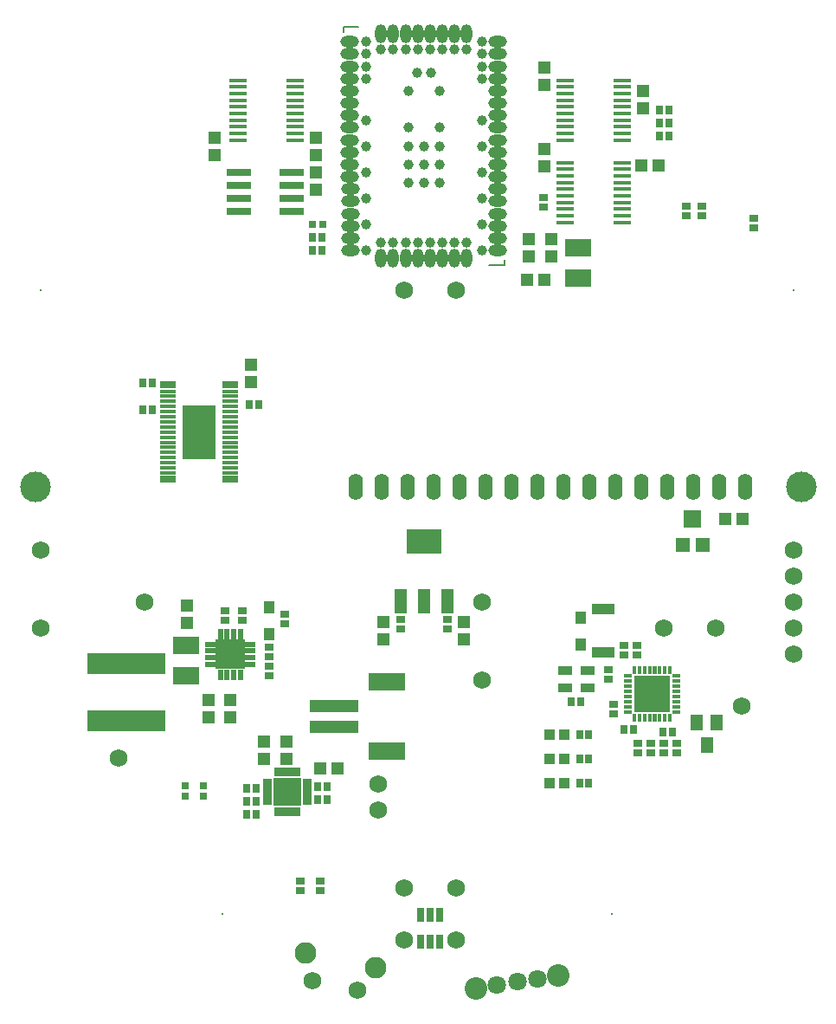
<source format=gts>
G04 Layer_Color=8388736*
%FSLAX24Y24*%
%MOIN*%
G70*
G01*
G75*
%ADD80C,0.0680*%
%ADD95C,0.0079*%
%ADD96R,0.0946X0.0316*%
%ADD97R,0.0316X0.0277*%
%ADD98R,0.0395X0.0395*%
%ADD99R,0.0552X0.0552*%
%ADD100R,0.0710X0.0671*%
%ADD101R,0.0277X0.0316*%
%ADD102R,0.0296X0.0552*%
%ADD103R,0.0513X0.0474*%
%ADD104R,0.0260X0.0380*%
%ADD105R,0.3033X0.0789*%
%ADD106R,0.0474X0.0513*%
%ADD107R,0.0395X0.0474*%
%ADD108R,0.0380X0.0260*%
%ADD109R,0.1419X0.0710*%
%ADD110R,0.1891X0.0474*%
%ADD111R,0.0367X0.0198*%
%ADD112R,0.0198X0.0367*%
%ADD113R,0.1064X0.1064*%
%ADD114R,0.1025X0.0710*%
%ADD115R,0.0415X0.0218*%
%ADD116R,0.0218X0.0415*%
%ADD117R,0.1143X0.1143*%
%ADD118R,0.0690X0.0178*%
%ADD119R,0.1261X0.2064*%
%ADD120R,0.0611X0.0257*%
%ADD121R,0.0611X0.0178*%
%ADD122R,0.1359X0.0927*%
%ADD123R,0.0454X0.0927*%
%ADD124R,0.0580X0.0330*%
%ADD125R,0.1340X0.1340*%
%ADD126R,0.0474X0.0631*%
%ADD127R,0.0867X0.0395*%
G04:AMPARAMS|DCode=128|XSize=39.5mil|YSize=39.5mil|CornerRadius=19.8mil|HoleSize=0mil|Usage=FLASHONLY|Rotation=90.000|XOffset=0mil|YOffset=0mil|HoleType=Round|Shape=RoundedRectangle|*
%AMROUNDEDRECTD128*
21,1,0.0395,0.0000,0,0,90.0*
21,1,0.0000,0.0395,0,0,90.0*
1,1,0.0395,0.0000,0.0000*
1,1,0.0395,0.0000,0.0000*
1,1,0.0395,0.0000,0.0000*
1,1,0.0395,0.0000,0.0000*
%
%ADD128ROUNDEDRECTD128*%
G04:AMPARAMS|DCode=129|XSize=39.5mil|YSize=39.5mil|CornerRadius=19.8mil|HoleSize=0mil|Usage=FLASHONLY|Rotation=180.000|XOffset=0mil|YOffset=0mil|HoleType=Round|Shape=RoundedRectangle|*
%AMROUNDEDRECTD129*
21,1,0.0395,0.0000,0,0,180.0*
21,1,0.0000,0.0395,0,0,180.0*
1,1,0.0395,0.0000,0.0000*
1,1,0.0395,0.0000,0.0000*
1,1,0.0395,0.0000,0.0000*
1,1,0.0395,0.0000,0.0000*
%
%ADD129ROUNDEDRECTD129*%
G04:AMPARAMS|DCode=130|XSize=43.4mil|YSize=73mil|CornerRadius=21.7mil|HoleSize=0mil|Usage=FLASHONLY|Rotation=270.000|XOffset=0mil|YOffset=0mil|HoleType=Round|Shape=RoundedRectangle|*
%AMROUNDEDRECTD130*
21,1,0.0434,0.0296,0,0,270.0*
21,1,0.0000,0.0730,0,0,270.0*
1,1,0.0434,-0.0148,0.0000*
1,1,0.0434,-0.0148,0.0000*
1,1,0.0434,0.0148,0.0000*
1,1,0.0434,0.0148,0.0000*
%
%ADD130ROUNDEDRECTD130*%
G04:AMPARAMS|DCode=131|XSize=43.4mil|YSize=73mil|CornerRadius=21.7mil|HoleSize=0mil|Usage=FLASHONLY|Rotation=0.000|XOffset=0mil|YOffset=0mil|HoleType=Round|Shape=RoundedRectangle|*
%AMROUNDEDRECTD131*
21,1,0.0434,0.0296,0,0,0.0*
21,1,0.0000,0.0730,0,0,0.0*
1,1,0.0434,0.0000,-0.0148*
1,1,0.0434,0.0000,-0.0148*
1,1,0.0434,0.0000,0.0148*
1,1,0.0434,0.0000,0.0148*
%
%ADD131ROUNDEDRECTD131*%
%ADD132C,0.1182*%
%ADD133O,0.0553X0.1025*%
%ADD134C,0.0830*%
%ADD135C,0.0867*%
%ADD136C,0.0710*%
%ADD137C,0.0080*%
G36*
X40234Y20786D02*
X38856D01*
Y22164D01*
X40234D01*
Y20786D01*
D02*
G37*
G36*
X38768Y20914D02*
X38472D01*
Y21052D01*
X38768D01*
Y20914D01*
D02*
G37*
G36*
Y20717D02*
X38472D01*
Y20855D01*
X38768D01*
Y20717D01*
D02*
G37*
G36*
X40618D02*
X40323D01*
Y20855D01*
X40618D01*
Y20717D01*
D02*
G37*
G36*
Y21111D02*
X40323D01*
Y21248D01*
X40618D01*
Y21111D01*
D02*
G37*
G36*
X38768Y21307D02*
X38472D01*
Y21445D01*
X38768D01*
Y21307D01*
D02*
G37*
G36*
X40618Y20914D02*
X40323D01*
Y21052D01*
X40618D01*
Y20914D01*
D02*
G37*
G36*
X38768Y21111D02*
X38472D01*
Y21248D01*
X38768D01*
Y21111D01*
D02*
G37*
G36*
X39319Y20402D02*
X39181D01*
Y20697D01*
X39319D01*
Y20402D01*
D02*
G37*
G36*
X39516D02*
X39378D01*
Y20697D01*
X39516D01*
Y20402D01*
D02*
G37*
G36*
X38925D02*
X38787D01*
Y20697D01*
X38925D01*
Y20402D01*
D02*
G37*
G36*
X39122D02*
X38984D01*
Y20697D01*
X39122D01*
Y20402D01*
D02*
G37*
G36*
X40106D02*
X39969D01*
Y20697D01*
X40106D01*
Y20402D01*
D02*
G37*
G36*
X40303D02*
X40165D01*
Y20697D01*
X40303D01*
Y20402D01*
D02*
G37*
G36*
X39713D02*
X39575D01*
Y20697D01*
X39713D01*
Y20402D01*
D02*
G37*
G36*
X39909D02*
X39772D01*
Y20697D01*
X39909D01*
Y20402D01*
D02*
G37*
G36*
X40618Y21307D02*
X40323D01*
Y21445D01*
X40618D01*
Y21307D01*
D02*
G37*
G36*
X39319Y22252D02*
X39181D01*
Y22548D01*
X39319D01*
Y22252D01*
D02*
G37*
G36*
X39516D02*
X39378D01*
Y22548D01*
X39516D01*
Y22252D01*
D02*
G37*
G36*
X38925D02*
X38787D01*
Y22548D01*
X38925D01*
Y22252D01*
D02*
G37*
G36*
X39122D02*
X38984D01*
Y22548D01*
X39122D01*
Y22252D01*
D02*
G37*
G36*
X40106D02*
X39969D01*
Y22548D01*
X40106D01*
Y22252D01*
D02*
G37*
G36*
X40303D02*
X40165D01*
Y22548D01*
X40303D01*
Y22252D01*
D02*
G37*
G36*
X39713D02*
X39575D01*
Y22548D01*
X39713D01*
Y22252D01*
D02*
G37*
G36*
X39909D02*
X39772D01*
Y22548D01*
X39909D01*
Y22252D01*
D02*
G37*
G36*
X38768Y21701D02*
X38472D01*
Y21839D01*
X38768D01*
Y21701D01*
D02*
G37*
G36*
X40618D02*
X40323D01*
Y21839D01*
X40618D01*
Y21701D01*
D02*
G37*
G36*
X38768Y21504D02*
X38472D01*
Y21642D01*
X38768D01*
Y21504D01*
D02*
G37*
G36*
X40618D02*
X40323D01*
Y21642D01*
X40618D01*
Y21504D01*
D02*
G37*
G36*
X38768Y22095D02*
X38472D01*
Y22233D01*
X38768D01*
Y22095D01*
D02*
G37*
G36*
X40618D02*
X40323D01*
Y22233D01*
X40618D01*
Y22095D01*
D02*
G37*
G36*
X38768Y21898D02*
X38472D01*
Y22036D01*
X38768D01*
Y21898D01*
D02*
G37*
G36*
X40618D02*
X40323D01*
Y22036D01*
X40618D01*
Y21898D01*
D02*
G37*
D80*
X45000Y23000D02*
D03*
Y24000D02*
D03*
Y25000D02*
D03*
Y26000D02*
D03*
Y27000D02*
D03*
X32000Y37000D02*
D03*
X30000D02*
D03*
X42000Y24000D02*
D03*
X40000D02*
D03*
X43000Y21000D02*
D03*
X30000Y12000D02*
D03*
X32000Y14000D02*
D03*
X30000D02*
D03*
X33000Y25000D02*
D03*
Y22000D02*
D03*
X29000Y18000D02*
D03*
Y17000D02*
D03*
X32000Y12000D02*
D03*
X20000Y25000D02*
D03*
X19000Y19000D02*
D03*
X16000Y27000D02*
D03*
Y24000D02*
D03*
X28199Y10089D02*
D03*
X26466Y10457D02*
D03*
D95*
X33276Y37965D02*
X33866D01*
Y38162D01*
X27646Y47138D02*
X28236D01*
X27646Y46941D02*
Y47138D01*
D96*
X25674Y41550D02*
D03*
Y41050D02*
D03*
Y40550D02*
D03*
Y40050D02*
D03*
X23626D02*
D03*
Y40550D02*
D03*
Y41050D02*
D03*
Y41550D02*
D03*
D97*
X26453Y39550D02*
D03*
X26847D02*
D03*
D98*
X35585Y19905D02*
D03*
X36175D02*
D03*
X36171Y18979D02*
D03*
X35580D02*
D03*
X36175Y18053D02*
D03*
X35585D02*
D03*
D99*
X40713Y27200D02*
D03*
X41500D02*
D03*
D100*
X41106Y28204D02*
D03*
D101*
X22250Y17947D02*
D03*
Y17553D02*
D03*
X21550Y17947D02*
D03*
Y17553D02*
D03*
D102*
X30626Y11938D02*
D03*
X31000D02*
D03*
X31374D02*
D03*
Y12962D02*
D03*
X31000D02*
D03*
X30626D02*
D03*
D103*
X26600Y42885D02*
D03*
Y42215D02*
D03*
X22700Y42885D02*
D03*
Y42215D02*
D03*
X24600Y18965D02*
D03*
Y19635D02*
D03*
X25450Y18965D02*
D03*
Y19635D02*
D03*
X21620Y24205D02*
D03*
Y24875D02*
D03*
X23300Y20565D02*
D03*
Y21235D02*
D03*
X22450Y20565D02*
D03*
Y21235D02*
D03*
X39200Y44685D02*
D03*
Y44015D02*
D03*
X35400Y44915D02*
D03*
Y45585D02*
D03*
X24100Y33465D02*
D03*
Y34135D02*
D03*
X32300Y24235D02*
D03*
Y23565D02*
D03*
X29200Y24235D02*
D03*
Y23565D02*
D03*
X35400Y41765D02*
D03*
Y42435D02*
D03*
X26600Y40865D02*
D03*
Y41535D02*
D03*
X35650Y38985D02*
D03*
Y38315D02*
D03*
X34800Y38985D02*
D03*
Y38315D02*
D03*
D104*
X24280Y17350D02*
D03*
X23920D02*
D03*
X26830Y38550D02*
D03*
X26470D02*
D03*
X26830Y39050D02*
D03*
X26470D02*
D03*
X39820Y43450D02*
D03*
X40180D02*
D03*
X24280Y16850D02*
D03*
X23920D02*
D03*
Y17850D02*
D03*
X24280D02*
D03*
X26670Y17400D02*
D03*
X27030D02*
D03*
X26670Y17900D02*
D03*
X27030D02*
D03*
X20290Y32420D02*
D03*
X19930D02*
D03*
X24020Y32620D02*
D03*
X24380D02*
D03*
X19929Y33429D02*
D03*
X20289D02*
D03*
X39820Y43950D02*
D03*
X40180D02*
D03*
Y42950D02*
D03*
X39820D02*
D03*
X40330Y20000D02*
D03*
X39970D02*
D03*
X36745Y18976D02*
D03*
X37105D02*
D03*
X36750Y18050D02*
D03*
X37110D02*
D03*
X36750Y19903D02*
D03*
X37110D02*
D03*
X38470Y20100D02*
D03*
X38830D02*
D03*
X36800Y21180D02*
D03*
X36440D02*
D03*
D105*
X19300Y22650D02*
D03*
Y20445D02*
D03*
D106*
X42365Y28200D02*
D03*
X43035D02*
D03*
X26765Y18600D02*
D03*
X27435D02*
D03*
X34715Y37400D02*
D03*
X35385D02*
D03*
X39115Y41800D02*
D03*
X39785D02*
D03*
D107*
X24800Y23788D02*
D03*
Y24812D02*
D03*
X36800Y23388D02*
D03*
Y24412D02*
D03*
D108*
X26750Y13920D02*
D03*
Y14280D02*
D03*
X26000Y13920D02*
D03*
Y14280D02*
D03*
X25400Y24170D02*
D03*
Y24530D02*
D03*
X23750Y24680D02*
D03*
Y24320D02*
D03*
X23100D02*
D03*
Y24680D02*
D03*
X24800Y22920D02*
D03*
Y23280D02*
D03*
Y22170D02*
D03*
Y22530D02*
D03*
X41450Y40230D02*
D03*
Y39870D02*
D03*
X40850Y40230D02*
D03*
Y39870D02*
D03*
X43450Y39780D02*
D03*
Y39420D02*
D03*
X31650Y24330D02*
D03*
Y23970D02*
D03*
X29850Y24330D02*
D03*
Y23970D02*
D03*
X38450Y23350D02*
D03*
Y22990D02*
D03*
X39500Y19220D02*
D03*
Y19580D02*
D03*
X37870Y22050D02*
D03*
Y22410D02*
D03*
X38050Y21080D02*
D03*
Y20720D02*
D03*
X38950Y22990D02*
D03*
Y23350D02*
D03*
X35350Y40220D02*
D03*
Y40580D02*
D03*
X40000Y19220D02*
D03*
Y19580D02*
D03*
X40500D02*
D03*
Y19220D02*
D03*
X39000Y19580D02*
D03*
Y19220D02*
D03*
D109*
X29341Y19261D02*
D03*
Y21939D02*
D03*
D110*
X27293Y20994D02*
D03*
Y20206D02*
D03*
D111*
X24726Y18094D02*
D03*
Y17897D02*
D03*
Y17700D02*
D03*
Y17503D02*
D03*
Y17306D02*
D03*
X26274D02*
D03*
Y17503D02*
D03*
Y17700D02*
D03*
Y17897D02*
D03*
Y18094D02*
D03*
D112*
X25106Y16926D02*
D03*
X25303D02*
D03*
X25500D02*
D03*
X25697D02*
D03*
X25894D02*
D03*
Y18474D02*
D03*
X25697D02*
D03*
X25500D02*
D03*
X25303D02*
D03*
X25106D02*
D03*
D113*
X25500Y17700D02*
D03*
D114*
X21600Y23341D02*
D03*
Y22159D02*
D03*
X36700Y37459D02*
D03*
Y38641D02*
D03*
D115*
X22522Y23384D02*
D03*
Y23128D02*
D03*
Y22872D02*
D03*
Y22616D02*
D03*
X24077D02*
D03*
Y22872D02*
D03*
Y23128D02*
D03*
Y23384D02*
D03*
D116*
X22916Y22222D02*
D03*
X23172D02*
D03*
X23428D02*
D03*
X23684D02*
D03*
Y23777D02*
D03*
X23428D02*
D03*
X23172D02*
D03*
X22916D02*
D03*
D117*
X23300Y23000D02*
D03*
D118*
X38405Y45085D02*
D03*
Y44830D02*
D03*
Y44574D02*
D03*
Y44318D02*
D03*
Y44062D02*
D03*
Y43806D02*
D03*
Y43550D02*
D03*
Y43294D02*
D03*
Y43038D02*
D03*
Y42782D02*
D03*
X36200D02*
D03*
Y43038D02*
D03*
Y43294D02*
D03*
Y43550D02*
D03*
Y43806D02*
D03*
Y44062D02*
D03*
Y44318D02*
D03*
Y44574D02*
D03*
Y44830D02*
D03*
Y45085D02*
D03*
X25805Y42782D02*
D03*
Y43038D02*
D03*
Y43294D02*
D03*
Y43550D02*
D03*
Y43806D02*
D03*
Y44062D02*
D03*
Y44318D02*
D03*
Y44574D02*
D03*
Y44830D02*
D03*
Y45086D02*
D03*
X23600D02*
D03*
Y44830D02*
D03*
Y44574D02*
D03*
Y44318D02*
D03*
Y44062D02*
D03*
Y43806D02*
D03*
Y43550D02*
D03*
Y43294D02*
D03*
Y43038D02*
D03*
Y42782D02*
D03*
X38400Y41924D02*
D03*
Y41668D02*
D03*
Y41412D02*
D03*
Y41156D02*
D03*
Y40900D02*
D03*
Y40644D02*
D03*
Y40388D02*
D03*
Y40132D02*
D03*
Y39876D02*
D03*
Y39620D02*
D03*
X36195D02*
D03*
Y39876D02*
D03*
Y40132D02*
D03*
Y40388D02*
D03*
Y40644D02*
D03*
Y40900D02*
D03*
Y41156D02*
D03*
Y41412D02*
D03*
Y41668D02*
D03*
Y41924D02*
D03*
D119*
X22100Y31550D02*
D03*
D120*
X23301Y33361D02*
D03*
Y29739D02*
D03*
X20899D02*
D03*
Y33361D02*
D03*
D121*
X23301Y33125D02*
D03*
Y32928D02*
D03*
Y32731D02*
D03*
Y32534D02*
D03*
Y32337D02*
D03*
Y32141D02*
D03*
Y31944D02*
D03*
Y31747D02*
D03*
Y31550D02*
D03*
Y31353D02*
D03*
Y31156D02*
D03*
Y30959D02*
D03*
Y30763D02*
D03*
Y30566D02*
D03*
Y30369D02*
D03*
Y30172D02*
D03*
Y29975D02*
D03*
X20899D02*
D03*
Y30172D02*
D03*
Y30369D02*
D03*
Y30566D02*
D03*
Y30763D02*
D03*
Y30959D02*
D03*
Y31156D02*
D03*
Y31353D02*
D03*
Y31550D02*
D03*
Y31747D02*
D03*
Y31944D02*
D03*
Y32141D02*
D03*
Y32337D02*
D03*
Y32534D02*
D03*
Y32731D02*
D03*
Y32928D02*
D03*
Y33125D02*
D03*
D122*
X30750Y27334D02*
D03*
D123*
Y25050D02*
D03*
X29845D02*
D03*
X31655D02*
D03*
D124*
X37050Y22360D02*
D03*
X36190D02*
D03*
Y21700D02*
D03*
X37050D02*
D03*
D125*
X39545Y21475D02*
D03*
D126*
X41650Y19517D02*
D03*
X41276Y20383D02*
D03*
X42024D02*
D03*
D127*
X37650Y24727D02*
D03*
Y23073D02*
D03*
D128*
X33000Y45150D02*
D03*
Y45623D02*
D03*
Y46095D02*
D03*
Y46567D02*
D03*
X28512D02*
D03*
Y46095D02*
D03*
Y45623D02*
D03*
Y45150D02*
D03*
X31362Y41134D02*
D03*
Y41843D02*
D03*
Y42552D02*
D03*
Y43260D02*
D03*
Y44678D02*
D03*
X31031Y45386D02*
D03*
X30756Y41134D02*
D03*
Y41843D02*
D03*
Y42552D02*
D03*
X30150Y41134D02*
D03*
Y41843D02*
D03*
Y42552D02*
D03*
Y43260D02*
D03*
Y44678D02*
D03*
X30480Y45386D02*
D03*
X33000Y43532D02*
D03*
X28512D02*
D03*
X33000Y42532D02*
D03*
X28512D02*
D03*
X33000Y41532D02*
D03*
X28512D02*
D03*
X33000Y40532D02*
D03*
X28512D02*
D03*
X33000Y39532D02*
D03*
X28512D02*
D03*
X33000Y38532D02*
D03*
X28512D02*
D03*
D129*
X32409Y46272D02*
D03*
X31937D02*
D03*
X31465D02*
D03*
X30992D02*
D03*
X30520D02*
D03*
X30047D02*
D03*
X29575D02*
D03*
X29102D02*
D03*
Y38831D02*
D03*
X29575D02*
D03*
X30047D02*
D03*
X30520D02*
D03*
X30992D02*
D03*
X31465D02*
D03*
X31937D02*
D03*
X32409D02*
D03*
D130*
X33600Y38537D02*
D03*
Y39007D02*
D03*
Y39477D02*
D03*
Y39957D02*
D03*
Y40427D02*
D03*
Y40897D02*
D03*
Y41371D02*
D03*
Y41843D02*
D03*
Y42315D02*
D03*
Y42788D02*
D03*
Y43260D02*
D03*
Y43733D02*
D03*
Y44205D02*
D03*
Y44678D02*
D03*
Y45150D02*
D03*
Y45623D02*
D03*
Y46097D02*
D03*
Y46567D02*
D03*
X27911D02*
D03*
Y46095D02*
D03*
Y45623D02*
D03*
Y45150D02*
D03*
Y44678D02*
D03*
Y44205D02*
D03*
Y43733D02*
D03*
Y43260D02*
D03*
Y42788D02*
D03*
Y42315D02*
D03*
Y41843D02*
D03*
Y41371D02*
D03*
X27921Y40898D02*
D03*
Y40426D02*
D03*
Y39953D02*
D03*
Y39481D02*
D03*
Y39008D02*
D03*
Y38536D02*
D03*
D131*
X32410Y46876D02*
D03*
X31937D02*
D03*
X31465D02*
D03*
X30992D02*
D03*
X30520D02*
D03*
X30050D02*
D03*
X29575D02*
D03*
X29102D02*
D03*
Y38226D02*
D03*
X29575D02*
D03*
X30047D02*
D03*
X30520D02*
D03*
X30992D02*
D03*
X31465D02*
D03*
X31937D02*
D03*
X32409D02*
D03*
D132*
X15786Y29451D02*
D03*
X45283D02*
D03*
D133*
X28133D02*
D03*
X29133D02*
D03*
X30133D02*
D03*
X31133D02*
D03*
X32133D02*
D03*
X33133D02*
D03*
X34133D02*
D03*
X35133D02*
D03*
X36133D02*
D03*
X37133D02*
D03*
X38133D02*
D03*
X39133D02*
D03*
X40133D02*
D03*
X41133D02*
D03*
X42133D02*
D03*
X43133D02*
D03*
D134*
X28885Y10949D02*
D03*
X26189Y11522D02*
D03*
D135*
X35944Y10653D02*
D03*
X32756Y10147D02*
D03*
D136*
X34350Y10400D02*
D03*
X35128Y10523D02*
D03*
X33572Y10277D02*
D03*
D137*
X16000Y37000D02*
D03*
X45000D02*
D03*
X23000Y13000D02*
D03*
X38000D02*
D03*
M02*

</source>
